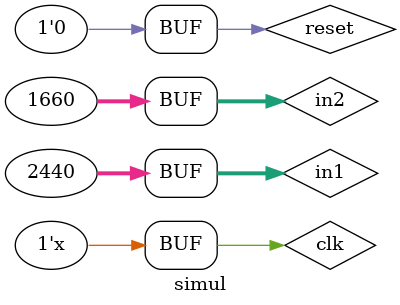
<source format=v>
`timescale 1ns / 1ps


module simul;
parameter WIDTH=32;
wire done;
wire[WIDTH-1:0] out;
reg[WIDTH-1:0] in1,in2;
reg clk,reset;
gcd #(.WIDTH(WIDTH)) g1(in1,in2,clk,reset,out,done);
initial 
begin
clk<=1'b0;
reset<=1'b1;
end
initial
begin
in1<=32'd2440;
in2<=32'd1660;
#30 reset<=1'b0;
end
always
#10 clk=~clk;
endmodule

</source>
